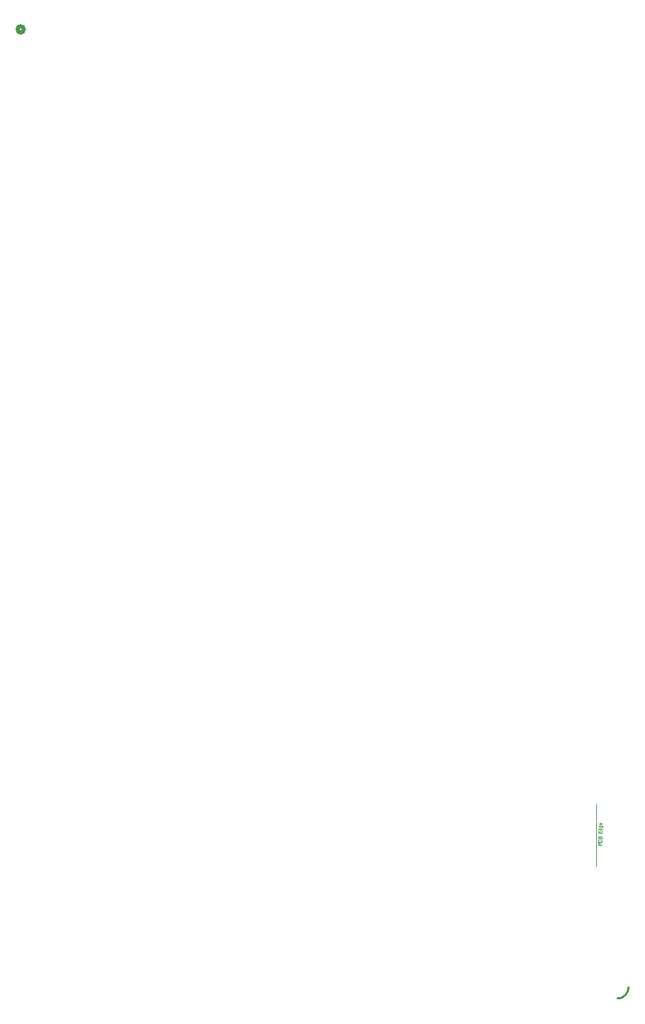
<source format=gbo>
G04*
G04 #@! TF.GenerationSoftware,Altium Limited,Altium Designer,23.1.1 (15)*
G04*
G04 Layer_Color=32896*
%FSLAX25Y25*%
%MOIN*%
G70*
G04*
G04 #@! TF.SameCoordinates,EC016929-1199-40CF-B0C5-1E8161D31A68*
G04*
G04*
G04 #@! TF.FilePolarity,Positive*
G04*
G01*
G75*
%ADD11C,0.02000*%
%ADD18C,0.01000*%
%ADD20C,0.00394*%
%ADD21C,0.00200*%
D11*
X566507Y459173D02*
G03*
X566507Y459173I-1500J0D01*
G01*
D18*
X846278Y2686D02*
G03*
X851500Y8000I-93J5314D01*
G01*
D20*
X836209Y65076D02*
Y94209D01*
D21*
X838006Y74918D02*
Y75604D01*
X837930Y75832D01*
X837854Y75908D01*
X837701Y75985D01*
X837473D01*
X837320Y75908D01*
X837244Y75832D01*
X837168Y75604D01*
Y74918D01*
X838768D01*
X837549Y77485D02*
X837397Y77409D01*
X837244Y77257D01*
X837168Y77104D01*
Y76800D01*
X837244Y76647D01*
X837397Y76495D01*
X837549Y76419D01*
X837778Y76343D01*
X838158D01*
X838387Y76419D01*
X838539Y76495D01*
X838692Y76647D01*
X838768Y76800D01*
Y77104D01*
X838692Y77257D01*
X838539Y77409D01*
X838387Y77485D01*
X837168Y77935D02*
X838768D01*
X837168D02*
Y78620D01*
X837244Y78849D01*
X837320Y78925D01*
X837473Y79001D01*
X837625D01*
X837778Y78925D01*
X837854Y78849D01*
X837930Y78620D01*
Y77935D02*
Y78620D01*
X838006Y78849D01*
X838082Y78925D01*
X838235Y79001D01*
X838463D01*
X838615Y78925D01*
X838692Y78849D01*
X838768Y78620D01*
Y77935D01*
X837168Y81606D02*
Y80616D01*
X838768D01*
Y81606D01*
X837930Y80616D02*
Y81225D01*
X837168Y82787D02*
X838768D01*
X837930D02*
X837778Y82635D01*
X837701Y82482D01*
Y82254D01*
X837778Y82101D01*
X837930Y81949D01*
X838158Y81873D01*
X838311D01*
X838539Y81949D01*
X838692Y82101D01*
X838768Y82254D01*
Y82482D01*
X838692Y82635D01*
X838539Y82787D01*
X837701Y84128D02*
X838920D01*
X839149Y84052D01*
X839225Y83975D01*
X839301Y83823D01*
Y83594D01*
X839225Y83442D01*
X837930Y84128D02*
X837778Y83975D01*
X837701Y83823D01*
Y83594D01*
X837778Y83442D01*
X837930Y83290D01*
X838158Y83214D01*
X838311D01*
X838539Y83290D01*
X838692Y83442D01*
X838768Y83594D01*
Y83823D01*
X838692Y83975D01*
X838539Y84128D01*
X838158Y84554D02*
Y85468D01*
X838006D01*
X837854Y85392D01*
X837778Y85316D01*
X837701Y85164D01*
Y84935D01*
X837778Y84783D01*
X837930Y84630D01*
X838158Y84554D01*
X838311D01*
X838539Y84630D01*
X838692Y84783D01*
X838768Y84935D01*
Y85164D01*
X838692Y85316D01*
X838539Y85468D01*
M02*

</source>
